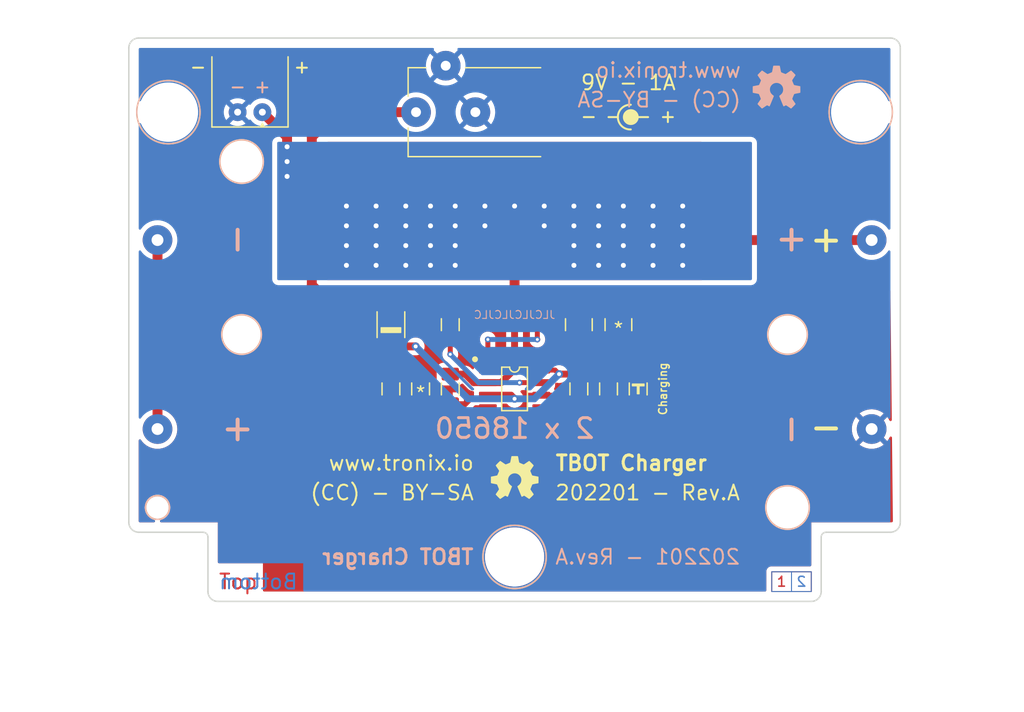
<source format=kicad_pcb>
(kicad_pcb (version 20211014) (generator pcbnew)
  (title_block (title "TBOT - Charger 2x18650") (date "01/2022") (rev "A"))
  (layers (0 "F.Cu" signal) (31 "B.Cu" signal) (34 "B.Paste" user) (35 "F.Paste" user) (36 "B.SilkS" user "B.Silkscreen") (37 "F.SilkS" user "F.Silkscreen") (38 "B.Mask" user) (39 "F.Mask" user) (44 "Edge.Cuts" user))
  (net 0 "")
  (net 1 "GND")
  (net 2 "Net-(R2-Pad2)")
  (net 3 "Net-(R1-Pad2)")
  (net 4 "VBAT")
  (net 5 "VIN")
  (net 6 "Net-(LED1-Pad2)")
  (net 7 "Net-(R4-Pad2)")
  (net 8 "Net-(R4-Pad1)")
  (net 9 "Net-(R5-Pad1)")
  (net 10 "Net-(D1-Pad2)")
  (net 11 "Net-(BT1-Pad1)")
  (footprint "tronixio:SOD-128" (layer "F.Cu") (at 126.5 73 90)
    (fp_text reference "D1")
    (fp_text value "PMEG3030")
    (fp_line (start -1.3 -1.4) (end 1.3 -1.4) (layer "F.SilkS") (width 0.15))
    (fp_line (start -1.3 1.4) (end 1.3 1.4) (layer "F.SilkS") (width 0.15))
    (fp_rect (start -0.8 1) (end -0.3 -1) (layer "F.SilkS") (width 0.1) (fill solid))
    (pad "1" smd roundrect locked (at -2.2 0 90) (size 1.5 2.1) (layers "F.Cu" "F.Paste" "F.Mask") (roundrect_rratio 0.15) (net 5 "VIN"))
    (pad "2" smd roundrect locked (at 2.2 0 90) (size 1.5 2.1) (layers "F.Cu" "F.Paste" "F.Mask") (roundrect_rratio 0.15) (net 10 "Net-(D1-Pad2)"))
  )
  (footprint "tronixio:RESISTOR-1206" (layer "F.Cu") (at 129.5 79.5 -90)
    (fp_text reference "R6")
    (fp_text value "36K")
    (fp_line (start -0.6 -0.9) (end 0.6 -0.9) (layer "F.SilkS") (width 0.15))
    (fp_line (start -0.6 0.9) (end 0.6 0.9) (layer "F.SilkS") (width 0.15))
    (pad "1" smd roundrect (at -1.5 0 270) (size 1.3 1.75) (layers "F.Cu" "F.Paste" "F.Mask") (roundrect_rratio 0.15) (net 1 "GND"))
    (pad "2" smd roundrect (at 1.5 0 270) (size 1.3 1.75) (layers "F.Cu" "F.Paste" "F.Mask") (roundrect_rratio 0.15) (net 9 "Net-(R5-Pad1)"))
  )
  (footprint "tronixio:RESISTOR-1206" (layer "F.Cu") (at 126.5 79.5 90)
    (fp_text reference "R5")
    (fp_text value "10K")
    (fp_line (start -0.6 -0.9) (end 0.6 -0.9) (layer "F.SilkS") (width 0.15))
    (fp_line (start -0.6 0.9) (end 0.6 0.9) (layer "F.SilkS") (width 0.15))
    (pad "1" smd roundrect (at -1.5 0 90) (size 1.3 1.75) (layers "F.Cu" "F.Paste" "F.Mask") (roundrect_rratio 0.15) (net 9 "Net-(R5-Pad1)"))
    (pad "2" smd roundrect (at 1.5 0 90) (size 1.3 1.75) (layers "F.Cu" "F.Paste" "F.Mask") (roundrect_rratio 0.15) (net 5 "VIN"))
  )
  (footprint "tronixio:CAPACITOR-1206" (layer "F.Cu") (at 145.5 79.5 -90)
    (fp_text reference "C1")
    (fp_text value "100n")
    (fp_line (start -0.6 -0.9) (end 0.6 -0.9) (layer "F.SilkS") (width 0.15))
    (fp_line (start -0.6 0.9) (end 0.6 0.9) (layer "F.SilkS") (width 0.15))
    (pad "1" smd roundrect (at -1.5 0 270) (size 1.3 1.75) (layers "F.Cu" "F.Paste" "F.Mask") (roundrect_rratio 0.15) (net 5 "VIN"))
    (pad "2" smd roundrect (at 1.5 0 270) (size 1.3 1.75) (layers "F.Cu" "F.Paste" "F.Mask") (roundrect_rratio 0.15) (net 1 "GND"))
  )
  (footprint "tronixio:RESISTOR-1206" (layer "F.Cu") (at 148.5 79.5 -90)
    (fp_text reference "R1")
    (fp_text value "4K7")
    (fp_line (start -0.6 -0.9) (end 0.6 -0.9) (layer "F.SilkS") (width 0.15))
    (fp_line (start -0.6 0.9) (end 0.6 0.9) (layer "F.SilkS") (width 0.15))
    (pad "1" smd roundrect (at -1.5 0 270) (size 1.3 1.75) (layers "F.Cu" "F.Paste" "F.Mask") (roundrect_rratio 0.15) (net 6 "Net-(LED1-Pad2)"))
    (pad "2" smd roundrect (at 1.5 0 270) (size 1.3 1.75) (layers "F.Cu" "F.Paste" "F.Mask") (roundrect_rratio 0.15) (net 3 "Net-(R1-Pad2)"))
  )
  (footprint "tronixio:CUI-PJ-102AH" (layer "F.Cu") (at 129.0375 51.5 90)
    (fp_text reference "K1")
    (fp_text value "Charger")
    (fp_line (start 4.5 12.6) (end 4.5 5) (layer "F.SilkS") (width 0.15))
    (fp_line (start -4.5 -0.8) (end -1.6 -0.8) (layer "F.SilkS") (width 0.15))
    (fp_line (start -4.5 12.6) (end -4.5 -0.8) (layer "F.SilkS") (width 0.15))
    (fp_line (start 4.5 1) (end 4.5 -0.8) (layer "F.SilkS") (width 0.15))
    (fp_line (start 1.6 -0.8) (end 4.5 -0.8) (layer "F.SilkS") (width 0.15))
    (pad "1" thru_hole circle (at 0 0 90) (size 3 3) (drill 1) (layers *.Cu *.Mask) (net 10 "Net-(D1-Pad2)"))
    (pad "2" thru_hole circle (at 0 6 90) (size 3 3) (drill 1) (layers *.Cu *.Mask) (net 1 "GND"))
    (pad "3" thru_hole circle (at 4.7 3 90) (size 3 3) (drill 1) (layers *.Cu *.Mask) (net 1 "GND"))
  )
  (footprint "tronixio:CAPACITOR-1206" (layer "F.Cu") (at 132.5 79.5 -90)
    (fp_text reference "C2")
    (fp_text value "1µ")
    (fp_line (start -0.6 0.9) (end 0.6 0.9) (layer "F.SilkS") (width 0.15))
    (fp_line (start -0.6 -0.9) (end 0.6 -0.9) (layer "F.SilkS") (width 0.15))
    (pad "1" smd roundrect (at -1.5 0 270) (size 1.3 1.75) (layers "F.Cu" "F.Paste" "F.Mask") (roundrect_rratio 0.15) (net 4 "VBAT"))
    (pad "2" smd roundrect (at 1.5 0 270) (size 1.3 1.75) (layers "F.Cu" "F.Paste" "F.Mask") (roundrect_rratio 0.15) (net 1 "GND"))
  )
  (footprint "tronixio:SOT-223-3" (layer "F.Cu") (at 139 68.35 90)
    (fp_text reference "Q1")
    (fp_text value "STN790A")
    (pad "1" smd roundrect (at -3.15 -2.3 90) (size 2 1.5) (layers "F.Cu" "F.Paste" "F.Mask") (roundrect_rratio 0.15) (net 7 "Net-(R4-Pad2)"))
    (pad "2" smd roundrect (at 3.15 0 90) (size 2 3.8) (layers "F.Cu" "F.Paste" "F.Mask") (roundrect_rratio 0.15) (net 4 "VBAT"))
    (pad "2" smd roundrect (at -3.15 0 90) (size 2 1.5) (layers "F.Cu" "F.Paste" "F.Mask") (roundrect_rratio 0.15) (net 4 "VBAT"))
    (pad "3" smd roundrect (at -3.15 2.3 90) (size 2 1.5) (layers "F.Cu" "F.Paste" "F.Mask") (roundrect_rratio 0.15) (net 2 "Net-(R2-Pad2)"))
  )
  (footprint "tronixio:RESISTOR-1210" (layer "F.Cu") (at 145.5 73 90)
    (fp_text reference "R2")
    (fp_text value "0Ω1")
    (fp_line (start -0.6 -1.35) (end 0.6 -1.35) (layer "F.SilkS") (width 0.15))
    (fp_line (start -0.6 1.35) (end 0.6 1.35) (layer "F.SilkS") (width 0.15))
    (pad "1" smd roundrect (at -1.5 0 90) (size 1.3 2.65) (layers "F.Cu" "F.Paste" "F.Mask") (roundrect_rratio 0.15) (net 5 "VIN"))
    (pad "2" smd roundrect (at 1.5 0 90) (size 1.3 2.65) (layers "F.Cu" "F.Paste" "F.Mask") (roundrect_rratio 0.15) (net 2 "Net-(R2-Pad2)"))
  )
  (footprint "tronixio:THERMISTOR" (layer "F.Cu") (at 111.39 74 180)
    (fp_text reference "TH1")
    (fp_text value "10K")
    (pad "1" smd roundrect locked (at -4 0 270) (size 1.2 2) (layers "F.Cu" "F.Paste" "F.Mask") (roundrect_rratio 0.15) (net 9 "Net-(R5-Pad1)"))
    (pad "2" smd roundrect locked (at 4 0 270) (size 1.2 2) (layers "F.Cu" "F.Paste" "F.Mask") (roundrect_rratio 0.15) (net 1 "GND"))
  )
  (footprint "tronixio:LED-1206" (layer "F.Cu") (at 151.5 79.5 90)
    (fp_text reference "LED1")
    (fp_text value "Charging")
    (fp_line (start -0.6 -0.9) (end 0.6 -0.9) (layer "F.SilkS") (width 0.15))
    (fp_line (start -0.6 0.9) (end 0.6 0.9) (layer "F.SilkS") (width 0.15))
    (fp_poly (pts (xy 0.5 0.6) (xy 0.3 0.6) (xy 0.3 0.1) (xy -0.5 0.1) (xy -0.5 -0.1) (xy 0.3 -0.1) (xy 0.3 -0.6) (xy 0.5 -0.6)) (layer "F.SilkS") (width 0.1) (fill solid))
    (pad "1" smd roundrect (at -1.5 0 90) (size 1.3 1.75) (layers "F.Cu" "F.Paste" "F.Mask") (roundrect_rratio 0.15) (net 1 "GND"))
    (pad "2" smd roundrect (at 1.5 0 90) (size 1.3 1.75) (layers "F.Cu" "F.Paste" "F.Mask") (roundrect_rratio 0.15) (net 6 "Net-(LED1-Pad2)"))
  )
  (footprint "tronixio:MOLEX-22057025" (layer "F.Cu") (at 113.5 51.5)
    (fp_text reference "K2")
    (fp_text value "Battery")
    (fp_line (start 2.6 1.5) (end 2.6 -5.6) (layer "F.SilkS") (width 0.15))
    (fp_line (start -5.1 -5.6) (end -5.1 1.5) (layer "F.SilkS") (width 0.15))
    (fp_line (start -5.1 1.5) (end 2.6 1.5) (layer "F.SilkS") (width 0.15))
    (fp_poly (pts (xy 0.2 1.5) (xy -0.2 1.5) (xy 0 1.1)) (layer "F.SilkS") (width 0.1) (fill solid))
    (pad "1" thru_hole circle (at 0 0) (size 1.8 1.8) (drill 0.7) (layers *.Cu *.Mask) (net 4 "VBAT"))
    (pad "2" thru_hole circle (at -2.5 0) (size 1.8 1.8) (drill 0.7) (layers *.Cu *.Mask) (net 1 "GND"))
  )
  (footprint "tronixio:RESISTOR-1210" (layer "F.Cu") (at 149.5 73 90)
    (fp_text reference "R3")
    (fp_text value "0Ω1")
    (fp_line (start -0.6 -1.35) (end 0.6 -1.35) (layer "F.SilkS") (width 0.15))
    (fp_line (start -0.6 1.35) (end 0.6 1.35) (layer "F.SilkS") (width 0.15))
    (pad "1" smd roundrect (at -1.5 0 90) (size 1.3 2.65) (layers "F.Cu" "F.Paste" "F.Mask") (roundrect_rratio 0.15) (net 5 "VIN"))
    (pad "2" smd roundrect (at 1.5 0 90) (size 1.3 2.65) (layers "F.Cu" "F.Paste" "F.Mask") (roundrect_rratio 0.15) (net 2 "Net-(R2-Pad2)"))
  )
  (footprint "tronixio:SOIC-08" (layer "F.Cu") (at 139 79.5)
    (fp_text reference "U1")
    (fp_text value "TI-BQ2057W")
    (fp_line (start 1.3 -2.2) (end 0.5 -2.2) (layer "F.SilkS") (width 0.15))
    (fp_line (start -1.3 -2.2) (end -1.3 2.2) (layer "F.SilkS") (width 0.15))
    (fp_line (start 1.3 2.2) (end 1.3 -2.2) (layer "F.SilkS") (width 0.15))
    (fp_line (start -0.5 -2.2) (end -1.3 -2.2) (layer "F.SilkS") (width 0.15))
    (fp_line (start 1.3 2.2) (end -1.3 2.2) (layer "F.SilkS") (width 0.15))
    (fp_arc (start 0.5 -2.2) (mid 0 -1.7) (end -0.5 -2.2) (layer "F.SilkS") (width 0.15))
    (pad "1" smd roundrect locked (at -2.7 -1.905) (size 1.8 0.7) (layers "F.Cu" "F.Paste" "F.Mask") (roundrect_rratio 0.15) (net 2 "Net-(R2-Pad2)"))
    (pad "2" smd roundrect locked (at -2.7 -0.635) (size 1.8 0.7) (layers "F.Cu" "F.Paste" "F.Mask") (roundrect_rratio 0.15) (net 4 "VBAT"))
    (pad "3" smd roundrect locked (at -2.7 0.635) (size 1.8 0.7) (layers "F.Cu" "F.Paste" "F.Mask") (roundrect_rratio 0.15) (net 5 "VIN"))
    (pad "4" smd roundrect locked (at -2.7 1.905) (size 1.8 0.7) (layers "F.Cu" "F.Paste" "F.Mask") (roundrect_rratio 0.15) (net 9 "Net-(R5-Pad1)"))
    (pad "5" smd roundrect locked (at 2.7 1.905) (size 1.8 0.7) (layers "F.Cu" "F.Paste" "F.Mask") (roundrect_rratio 0.15) (net 3 "Net-(R1-Pad2)"))
    (pad "6" smd roundrect locked (at 2.7 0.635) (size 1.8 0.7) (layers "F.Cu" "F.Paste" "F.Mask") (roundrect_rratio 0.15) (net 1 "GND"))
    (pad "7" smd roundrect locked (at 2.7 -0.635) (size 1.8 0.7) (layers "F.Cu" "F.Paste" "F.Mask") (roundrect_rratio 0.15) (net 8 "Net-(R4-Pad1)"))
    (pad "8" smd roundrect locked (at 2.7 -1.905) (size 1.8 0.7) (layers "F.Cu" "F.Paste" "F.Mask") (roundrect_rratio 0.15) (net 5 "VIN"))
  )
  (footprint "tronixio:RESISTOR-1206" (layer "F.Cu") (at 132.5 73 90)
    (fp_text reference "R4")
    (fp_text value "1K")
    (fp_line (start -0.6 -0.9) (end 0.6 -0.9) (layer "F.SilkS") (width 0.15))
    (fp_line (start -0.6 0.9) (end 0.6 0.9) (layer "F.SilkS") (width 0.15))
    (pad "1" smd roundrect (at -1.5 0 90) (size 1.3 1.75) (layers "F.Cu" "F.Paste" "F.Mask") (roundrect_rratio 0.15) (net 8 "Net-(R4-Pad1)"))
    (pad "2" smd roundrect (at 1.5 0 90) (size 1.3 1.75) (layers "F.Cu" "F.Paste" "F.Mask") (roundrect_rratio 0.15) (net 7 "Net-(R4-Pad2)"))
  )
  (footprint "tronixio:OSHW-5MM" (layer "F.Cu") (at 139 88.5)
    (fp_text reference "GB" hide)
    (fp_text value "LOGO" hide)
    (fp_poly (pts (xy 0.112503 -2.205305) (xy 0.188585 -2.204991) (xy 0.245175 -2.204139) (xy 0.285349 -2.202485) (xy 0.312183 -2.19976) (xy 0.328754 -2.195697) (xy 0.338137 -2.190029) (xy 0.343407 -2.182489) (xy 0.346067 -2.176502) (xy 0.351819 -2.155872) (xy 0.361219 -2.114019) (xy 0.373445 -2.054971) (xy 0.387673 -1.982754) (xy 0.403082 -1.901397) (xy 0.410766 -1.859685) (xy 0.426304 -1.776128) (xy 0.440921 -1.700487) (xy 0.453831 -1.636607) (xy 0.464245 -1.58833) (xy 0.471376 -1.559501) (xy 0.473495 -1.553524) (xy 0.487624 -1.543829) (xy 0.520987 -1.52669) (xy 0.568967 -1.504087) (xy 0.626948 -1.477998) (xy 0.690314 -1.450405) (xy 0.754449 -1.423285) (xy 0.814737 -1.398618) (xy 0.866561 -1.378383) (xy 0.905305 -1.36456) (xy 0.926354 -1.359128) (xy 0.92691 -1.359112) (xy 0.941518 -1.366107) (xy 0.97411 -1.385773) (xy 1.021624 -1.416127) (xy 1.080997 -1.455189) (xy 1.149167 -1.500978) (xy 1.204337 -1.538617) (xy 1.276991 -1.58813) (xy 1.343025 -1.632413) (xy 1.399403 -1.669487) (xy 1.443088 -1.697374) (xy 1.471043 -1.714097) (xy 1.47988 -1.718122) (xy 1.493641 -1.709282) (xy 1.521915 -1.684807) (xy 1.561669 -1.647768) (xy 1.609873 -1.601234) (xy 1.663495 -1.548276) (xy 1.719505 -1.491962) (xy 1.774871 -1.435363) (xy 1.826562 -1.381549) (xy 1.871548 -1.33359) (xy 1.906797 -1.294555) (xy 1.929278 -1.267514) (xy 1.936093 -1.256075) (xy 1.930212 -1.239792) (xy 1.912193 -1.207543) (xy 1.881475 -1.158462) (xy 1.837495 -1.091686) (xy 1.779689 -1.00635) (xy 1.707495 -0.901591) (xy 1.671879 -0.850344) (xy 1.638824 -0.80126) (xy 1.612148 -0.758563) (xy 1.594893 -0.727324) (xy 1.589904 -0.713655) (xy 1.594754 -0.697334) (xy 1.608013 -0.662128) (xy 1.62775 -0.612617) (xy 1.652031 -0.55338) (xy 1.678922 -0.488996) (xy 1.706491 -0.424047) (xy 1.732803 -0.363111) (xy 1.755927 -0.310768) (xy 1.773928 -0.271598) (xy 1.784874 -0.25018) (xy 1.786526 -0.247868) (xy 1.800495 -0.243726) (xy 1.836105 -0.235699) (xy 1.889773 -0.224522) (xy 1.957915 -0.210929) (xy 2.036948 -0.195656) (xy 2.090365 -0.185568) (xy 2.175183 -0.169544) (xy 2.252099 -0.15474) (xy 2.317349 -0.141901) (xy 2.367173 -0.131773) (xy 2.397809 -0.125104) (xy 2.405431 -0.123066) (xy 2.411063 -0.116814) (xy 2.415426 -0.101095) (xy 2.418668 -0.073197) (xy 2.420933 -0.030409) (xy 2.422366 0.02998) (xy 2.423114 0.110684) (xy 2.423321 0.210293) (xy 2.423202 0.310587) (xy 2.422711 0.388201) (xy 2.421649 0.446096) (xy 2.419816 0.487237) (xy 2.417013 0.514584) (xy 2.41304 0.531101) (xy 2.407697 0.53975) (xy 2.400883 0.543466) (xy 2.378661 0.548625) (xy 2.338314 0.556746) (xy 2.286985 0.566415) (xy 2.263049 0.570744) (xy 2.127407 0.595376) (xy 2.016332 0.616479) (xy 1.929018 0.634225) (xy 1.864656 0.64879) (xy 1.82244 0.660347) (xy 1.801562 0.66907) (xy 1.79987 0.670496) (xy 1.791465 0.686078) (xy 1.775685 0.720992) (xy 1.754362 0.770707) (xy 1.729327 0.830694) (xy 1.702414 0.896422) (xy 1.675454 0.96336) (xy 1.650281 1.026979) (xy 1.628726 1.082748) (xy 1.612622 1.126137) (xy 1.603801 1.152615) (xy 1.602692 1.157988) (xy 1.610028 1.172767) (xy 1.63143 1.207108) (xy 1.666036 1.259722) (xy 1.712983 1.329322) (xy 1.771408 1.414621) (xy 1.840447 1.51433) (xy 1.867654 1.553391) (xy 1.897811 1.599113) (xy 1.921185 1.639288) (xy 1.934376 1.667841) (xy 1.936093 1.675677) (xy 1.927103 1.692014) (xy 1.901418 1.723855) (xy 1.860965 1.769075) (xy 1.807672 1.82555) (xy 1.743466 1.891154) (xy 1.71296 1.921664) (xy 1.643302 1.990709) (xy 1.589314 2.043494) (xy 1.548612 2.081971) (xy 1.518813 2.108091) (xy 1.497532 2.123805) (xy 1.482386 2.131066) (xy 1.470991 2.131825) (xy 1.460964 2.128033) (xy 1.460917 2.128008) (xy 1.441892 2.116253) (xy 1.405419 2.09234) (xy 1.355138 2.058707) (xy 1.294686 2.017792) (xy 1.227702 1.972033) (xy 1.210483 1.960205) (xy 1.143557 1.914694) (xy 1.083189 1.874607) (xy 1.032748 1.842104) (xy 0.995605 1.819344) (xy 0.975129 1.808488) (xy 0.972784 1.807875) (xy 0.955044 1.813477) (xy 0.920428 1.82855) (xy 0.874685 1.850498) (xy 0.843591 1.866246) (xy 0.794692 1.890329) (xy 0.754091 1.908142) (xy 0.727189 1.917434) (xy 0.719661 1.917874) (xy 0.71184 1.904564) (xy 0.695873 1.87093) (xy 0.673276 1.820398) (xy 0.645566 1.756397) (xy 0.614262 1.682354) (xy 0.595951 1.638326) (xy 0.555205 1.539832) (xy 0.509885 1.430374) (xy 0.463588 1.318629) (xy 0.419909 1.213275) (xy 0.382617 1.123407) (xy 0.352192 1.049365) (xy 0.325466 0.982847) (xy 0.303922 0.927668) (xy 0.289044 0.887646) (xy 0.282318 0.866596) (xy 0.28208 0.86489) (xy 0.291868 0.850064) (xy 0.317767 0.825757) (xy 0.354572 0.796754) (xy 0.362216 0.791216) (xy 0.47362 0.699405) (xy 0.560778 0.600114) (xy 0.624272 0.492284) (xy 0.664684 0.374854) (xy 0.682594 0.246763) (xy 0.683668 0.205149) (xy 0.672966 0.079705) (xy 0.639876 -0.035509) (xy 0.583362 -0.143051) (xy 0.502387 -0.245478) (xy 0.500128 -0.247901) (xy 0.404266 -0.332655) (xy 0.297367 -0.395917) (xy 0.182586 -0.437559) (xy 0.063074 -0.45745) (xy -0.058015 -0.455461) (xy -0.177529 -0.431461) (xy -0.292317 -0.38532) (xy -0.399224 -0.316909) (xy -0.435557 -0.286461) (xy -0.524789 -0.19034) (xy -0.590858 -0.083248) (xy -0.63358 0.034398) (xy -0.65277 0.162186) (xy -0.653912 0.203806) (xy -0.64477 0.331905) (xy -0.616397 0.446756) (xy -0.567372 0.551025) (xy -0.496276 0.647379) (xy -0.401689 0.738486) (xy -0.345898 0.782346) (xy -0.305473 0.814275) (xy -0.274554 0.84243) (xy -0.257973 0.862253) (xy -0.256436 0.866724) (xy -0.261189 0.882472) (xy -0.274692 0.919019) (xy -0.295811 0.973504) (xy -0.323413 1.043065) (xy -0.356365 1.124837) (xy -0.393532 1.21596) (xy -0.424781 1.291835) (xy -0.466473 1.392714) (xy -0.506757 1.490316) (xy -0.54414 1.581016) (xy -0.57713 1.661187) (xy -0.604234 1.727202) (xy -0.623959 1.775436) (xy -0.631922 1.795053) (xy -0.656173 1.85428) (xy -0.675445 1.89208) (xy -0.695005 1.910535) (xy -0.720119 1.911726) (xy -0.756055 1.897735) (xy -0.80808 1.870643) (xy -0.814523 1.867212) (xy -0.863833 1.841835) (xy -0.905672 1.821875) (xy -0.934272 1.810004) (xy -0.942679 1.807875) (xy -0.957624 1.814831) (xy -0.990452 1.834339) (xy -1.037961 1.864353) (xy -1.096948 1.902829) (xy -1.164211 1.947723) (xy -1.20379 1.974558) (xy -1.273782 2.022017) (xy -1.336742 2.064219) (xy -1.389581 2.099132) (xy -1.429212 2.124728) (xy -1.452547 2.138976) (xy -1.457362 2.141242) (xy -1.468597 2.132572) (xy -1.495354 2.108206) (xy -1.53505 2.070611) (xy -1.585104 2.022252) (xy -1.642932 1.965596) (xy -1.688443 1.920545) (xy -1.754363 1.854061) (xy -1.811428 1.794627) (xy -1.857492 1.744605) (xy -1.890411 1.706358) (xy -1.908038 1.682247) (xy -1.910449 1.676115) (xy -1.903342 1.656709) (xy -1.88402 1.621725) (xy -1.855484 1.576225) (xy -1.822794 1.528185) (xy -1.761853 1.44109) (xy -1.706889 1.361082) (xy -1.659529 1.29063) (xy -1.621397 1.232204) (xy -1.594118 1.188276) (xy -1.579316 1.161316) (xy -1.577082 1.154608) (xy -1.581837 1.136716) (xy -1.594857 1.099854) (xy -1.614275 1.048609) (xy -1.638222 0.987568) (xy -1.664831 0.921316) (xy -1.692235 0.854442) (xy -1.718566 0.791531) (xy -1.741957 0.737171) (xy -1.76054 0.695948) (xy -1.772447 0.672449) (xy -1.774702 0.66925) (xy -1.791569 0.66222) (xy -1.829891 0.651729) (xy -1.885847 0.638647) (xy -1.955617 0.623842) (xy -2.035381 0.608183) (xy -2.07828 0.60022) (xy -2.161621 0.584627) (xy -2.236906 0.569745) (xy -2.300315 0.556391) (xy -2.348033 0.545387) (xy -2.37624 0.537551) (xy -2.381867 0.535051) (xy -2.387099 0.524908) (xy -2.390991 0.502231) (xy -2.393638 0.46456) (xy -2.395134 0.409435) (xy -2.395573 0.334397) (xy -2.39505 0.236985) (xy -2.394689 0.200194) (xy -2.391267 -0.121807) (xy -2.282282 -0.143659) (xy -2.229898 -0.153965) (xy -2.160108 -0.167419) (xy -2.080727 -0.182526) (xy -1.999569 -0.197795) (xy -1.970053 -0.203298) (xy -1.900658 -0.216734) (xy -1.840162 -0.229455) (xy -1.793065 -0.240437) (xy -1.763866 -0.248652) (xy -1.756665 -0.251967) (xy -1.746988 -0.268752) (xy -1.729936 -0.304533) (xy -1.707477 -0.354612) (xy -1.681582 -0.414291) (xy -1.654218 -0.478872) (xy -1.627353 -0.543658) (xy -1.602957 -0.60395) (xy -1.582998 -0.65505) (xy -1.569445 -0.692261) (xy -1.564266 -0.710885) (xy -1.564261 -0.711124) (xy -1.571273 -0.727773) (xy -1.590937 -0.762151) (xy -1.621195 -0.810982) (xy -1.659988 -0.870991) (xy -1.705259 -0.938901) (xy -1.732615 -0.979077) (xy -1.780965 -1.050145) (xy -1.82446 -1.115201) (xy -1.860949 -1.170937) (xy -1.888284 -1.214046) (xy -1.904314 -1.24122) (xy -1.907531 -1.248169) (xy -1.904717 -1.261112) (xy -1.890381 -1.283286) (xy -1.863069 -1.316351) (xy -1.821325 -1.361969) (xy -1.763692 -1.421801) (xy -1.691232 -1.494988) (xy -1.628982 -1.55669) (xy -1.572135 -1.611849) (xy -1.523344 -1.657988) (xy -1.485263 -1.692627) (xy -1.460542 -1.713289) (xy -1.452414 -1.718122) (xy -1.437782 -1.711105) (xy -1.405251 -1.6914) (xy -1.357928 -1.661025) (xy -1.298923 -1.621998) (xy -1.231343 -1.576338) (xy -1.183018 -1.543181) (xy -1.111112 -1.493886) (xy -1.04544 -1.44951) (xy -0.989183 -1.41215) (xy -0.945519 -1.383901) (xy -0.917627 -1.36686) (xy -0.90944 -1.362781) (xy -0.891885 -1.365776) (xy -0.855505 -1.377082) (xy -0.805012 -1.394838) (xy -0.745121 -1.417183) (xy -0.680546 -1.442257) (xy -0.616001 -1.468199) (xy -0.5562 -1.493147) (xy -0.505857 -1.515243) (xy -0.469686 -1.532623) (xy -0.45278 -1.543038) (xy -0.446293 -1.559308) (xy -0.436108 -1.597206) (xy -0.423041 -1.653118) (xy -0.407909 -1.723429) (xy -0.391528 -1.804525) (xy -0.378917 -1.870225) (xy -0.362481 -1.956759) (xy -0.347254 -2.035011) (xy -0.333961 -2.101421) (xy -0.323321 -2.152432) (xy -0.316058 -2.184486) (xy -0.31324 -2.193976) (xy -0.299005 -2.197095) (xy -0.262664 -2.199887) (xy -0.207755 -2.20223) (xy -0.137813 -2.204) (xy -0.056376 -2.205075) (xy 0.013853 -2.205351)) (layer "F.SilkS") (width 0) (fill solid))
  )
  (footprint "tronixio:M3-MASK" (layer "B.Cu") (at 174 51.5 180)
    (fp_text reference "H3" hide)
    (fp_text value "MOUNTING-HOLE-MASK-3MM" hide)
    (fp_circle (center 0 0) (end 3.2 0) (layer "B.SilkS") (width 0.15) (fill none))
    (fp_circle (center 0 0) (end 3.2 0) (layer "F.SilkS") (width 0.15) (fill none))
    (pad "" np_thru_hole circle (at 0 0 180) (size 3 3) (drill 3) (layers F&B.Cu *.Mask) (clearance 1.5))
  )
  (footprint "tronixio:OSHW-5MM" (layer "B.Cu") (at 165.5 49 180)
    (fp_text reference "GT" hide)
    (fp_text value "LOGO" hide)
    (fp_poly (pts (xy 0.112503 2.205305) (xy 0.188585 2.204991) (xy 0.245175 2.204139) (xy 0.285349 2.202485) (xy 0.312183 2.19976) (xy 0.328754 2.195697) (xy 0.338137 2.190029) (xy 0.343407 2.182489) (xy 0.346067 2.176502) (xy 0.351819 2.155872) (xy 0.361219 2.114019) (xy 0.373445 2.054971) (xy 0.387673 1.982754) (xy 0.403082 1.901397) (xy 0.410766 1.859685) (xy 0.426304 1.776128) (xy 0.440921 1.700487) (xy 0.453831 1.636607) (xy 0.464245 1.58833) (xy 0.471376 1.559501) (xy 0.473495 1.553524) (xy 0.487624 1.543829) (xy 0.520987 1.52669) (xy 0.568967 1.504087) (xy 0.626948 1.477998) (xy 0.690314 1.450405) (xy 0.754449 1.423285) (xy 0.814737 1.398618) (xy 0.866561 1.378383) (xy 0.905305 1.36456) (xy 0.926354 1.359128) (xy 0.92691 1.359112) (xy 0.941518 1.366107) (xy 0.97411 1.385773) (xy 1.021624 1.416127) (xy 1.080997 1.455189) (xy 1.149167 1.500978) (xy 1.204337 1.538617) (xy 1.276991 1.58813) (xy 1.343025 1.632413) (xy 1.399403 1.669487) (xy 1.443088 1.697374) (xy 1.471043 1.714097) (xy 1.47988 1.718122) (xy 1.493641 1.709282) (xy 1.521915 1.684807) (xy 1.561669 1.647768) (xy 1.609873 1.601234) (xy 1.663495 1.548276) (xy 1.719505 1.491962) (xy 1.774871 1.435363) (xy 1.826562 1.381549) (xy 1.871548 1.33359) (xy 1.906797 1.294555) (xy 1.929278 1.267514) (xy 1.936093 1.256075) (xy 1.930212 1.239792) (xy 1.912193 1.207543) (xy 1.881475 1.158462) (xy 1.837495 1.091686) (xy 1.779689 1.00635) (xy 1.707495 0.901591) (xy 1.671879 0.850344) (xy 1.638824 0.80126) (xy 1.612148 0.758563) (xy 1.594893 0.727324) (xy 1.589904 0.713655) (xy 1.594754 0.697334) (xy 1.608013 0.662128) (xy 1.62775 0.612617) (xy 1.652031 0.55338) (xy 1.678922 0.488996) (xy 1.706491 0.424047) (xy 1.732803 0.363111) (xy 1.755927 0.310768) (xy 1.773928 0.271598) (xy 1.784874 0.25018) (xy 1.786526 0.247868) (xy 1.800495 0.243726) (xy 1.836105 0.235699) (xy 1.889773 0.224522) (xy 1.957915 0.210929) (xy 2.036948 0.195656) (xy 2.090365 0.185568) (xy 2.175183 0.169544) (xy 2.252099 0.15474) (xy 2.317349 0.141901) (xy 2.367173 0.131773) (xy 2.397809 0.125104) (xy 2.405431 0.123066) (xy 2.411063 0.116814) (xy 2.415426 0.101095) (xy 2.418668 0.073197) (xy 2.420933 0.030409) (xy 2.422366 -0.02998) (xy 2.423114 -0.110684) (xy 2.423321 -0.210293) (xy 2.423202 -0.310587) (xy 2.422711 -0.388201) (xy 2.421649 -0.446096) (xy 2.419816 -0.487237) (xy 2.417013 -0.514584) (xy 2.41304 -0.531101) (xy 2.407697 -0.53975) (xy 2.400883 -0.543466) (xy 2.378661 -0.548625) (xy 2.338314 -0.556746) (xy 2.286985 -0.566415) (xy 2.263049 -0.570744) (xy 2.127407 -0.595376) (xy 2.016332 -0.616479) (xy 1.929018 -0.634225) (xy 1.864656 -0.64879) (xy 1.82244 -0.660347) (xy 1.801562 -0.66907) (xy 1.79987 -0.670496) (xy 1.791465 -0.686078) (xy 1.775685 -0.720992) (xy 1.754362 -0.770707) (xy 1.729327 -0.830694) (xy 1.702414 -0.896422) (xy 1.675454 -0.96336) (xy 1.650281 -1.026979) (xy 1.628726 -1.082748) (xy 1.612622 -1.126137) (xy 1.603801 -1.152615) (xy 1.602692 -1.157988) (xy 1.610028 -1.172767) (xy 1.63143 -1.207108) (xy 1.666036 -1.259722) (xy 1.712983 -1.329322) (xy 1.771408 -1.414621) (xy 1.840447 -1.51433) (xy 1.867654 -1.553391) (xy 1.897811 -1.599113) (xy 1.921185 -1.639288) (xy 1.934376 -1.667841) (xy 1.936093 -1.675677) (xy 1.927103 -1.692014) (xy 1.901418 -1.723855) (xy 1.860965 -1.769075) (xy 1.807672 -1.82555) (xy 1.743466 -1.891154) (xy 1.71296 -1.921664) (xy 1.643302 -1.990709) (xy 1.589314 -2.043494) (xy 1.548612 -2.081971) (xy 1.518813 -2.108091) (xy 1.497532 -2.123805) (xy 1.482386 -2.131066) (xy 1.470991 -2.131825) (xy 1.460964 -2.128033) (xy 1.460917 -2.128008) (xy 1.441892 -2.116253) (xy 1.405419 -2.09234) (xy 1.355138 -2.058707) (xy 1.294686 -2.017792) (xy 1.227702 -1.972033) (xy 1.210483 -1.960205) (xy 1.143557 -1.914694) (xy 1.083189 -1.874607) (xy 1.032748 -1.842104) (xy 0.995605 -1.819344) (xy 0.975129 -1.808488) (xy 0.972784 -1.807875) (xy 0.955044 -1.813477) (xy 0.920428 -1.82855) (xy 0.874685 -1.850498) (xy 0.843591 -1.866246) (xy 0.794692 -1.890329) (xy 0.754091 -1.908142) (xy 0.727189 -1.917434) (xy 0.719661 -1.917874) (xy 0.71184 -1.904564) (xy 0.695873 -1.87093) (xy 0.673276 -1.820398) (xy 0.645566 -1.756397) (xy 0.614262 -1.682354) (xy 0.595951 -1.638326) (xy 0.555205 -1.539832) (xy 0.509885 -1.430374) (xy 0.463588 -1.318629) (xy 0.419909 -1.213275) (xy 0.382617 -1.123407) (xy 0.352192 -1.049365) (xy 0.325466 -0.982847) (xy 0.303922 -0.927668) (xy 0.289044 -0.887646) (xy 0.282318 -0.866596) (xy 0.28208 -0.86489) (xy 0.291868 -0.850064) (xy 0.317767 -0.825757) (xy 0.354572 -0.796754) (xy 0.362216 -0.791216) (xy 0.47362 -0.699405) (xy 0.560778 -0.600114) (xy 0.624272 -0.492284) (xy 0.664684 -0.374854) (xy 0.682594 -0.246763) (xy 0.683668 -0.205149) (xy 0.672966 -0.079705) (xy 0.639876 0.035509) (xy 0.583362 0.143051) (xy 0.502387 0.245478) (xy 0.500128 0.247901) (xy 0.404266 0.332655) (xy 0.297367 0.395917) (xy 0.182586 0.437559) (xy 0.063074 0.45745) (xy -0.058015 0.455461) (xy -0.177529 0.431461) (xy -0.292317 0.38532) (xy -0.399224 0.316909) (xy -0.435557 0.286461) (xy -0.524789 0.19034) (xy -0.590858 0.083248) (xy -0.63358 -0.034398) (xy -0.65277 -0.162186) (xy -0.653912 -0.203806) (xy -0.64477 -0.331905) (xy -0.616397 -0.446756) (xy -0.567372 -0.551025) (xy -0.496276 -0.647379) (xy -0.401689 -0.738486) (xy -0.345898 -0.782346) (xy -0.305473 -0.814275) (xy -0.274554 -0.84243) (xy -0.257973 -0.862253) (xy -0.256436 -0.866724) (xy -0.261189 -0.882472) (xy -0.274692 -0.919019) (xy -0.295811 -0.973504) (xy -0.323413 -1.043065) (xy -0.356365 -1.124837) (xy -0.393532 -1.21596) (xy -0.424781 -1.291835) (xy -0.466473 -1.392714) (xy -0.506757 -1.490316) (xy -0.54414 -1.581016) (xy -0.57713 -1.661187) (xy -0.604234 -1.727202) (xy -0.623959 -1.775436) (xy -0.631922 -1.795053) (xy -0.656173 -1.85428) (xy -0.675445 -1.89208) (xy -0.695005 -1.910535) (xy -0.720119 -1.911726) (xy -0.756055 -1.897735) (xy -0.80808 -1.870643) (xy -0.814523 -1.867212) (xy -0.863833 -1.841835) (xy -0.905672 -1.821875) (xy -0.934272 -1.810004) (xy -0.942679 -1.807875) (xy -0.957624 -1.814831) (xy -0.990452 -1.834339) (xy -1.037961 -1.864353) (xy -1.096948 -1.902829) (xy -1.164211 -1.947723) (xy -1.20379 -1.974558) (xy -1.273782 -2.022017) (xy -1.336742 -2.064219) (xy -1.389581 -2.099132) (xy -1.429212 -2.124728) (xy -1.452547 -2.138976) (xy -1.457362 -2.141242) (xy -1.468597 -2.132572) (xy -1.495354 -2.108206) (xy -1.53505 -2.070611) (xy -1.585104 -2.022252) (xy -1.642932 -1.965596) (xy -1.688443 -1.920545) (xy -1.754363 -1.854061) (xy -1.811428 -1.794627) (xy -1.857492 -1.744605) (xy -1.890411 -1.706358) (xy -1.908038 -1.682247) (xy -1.910449 -1.676115) (xy -1.903342 -1.656709) (xy -1.88402 -1.621725) (xy -1.855484 -1.576225) (xy -1.822794 -1.528185) (xy -1.761853 -1.44109) (xy -1.706889 -1.361082) (xy -1.659529 -1.29063) (xy -1.621397 -1.232204) (xy -1.594118 -1.188276) (xy -1.579316 -1.161316) (xy -1.577082 -1.154608) (xy -1.581837 -1.136716) (xy -1.594857 -1.099854) (xy -1.614275 -1.048609) (xy -1.638222 -0.987568) (xy -1.664831 -0.921316) (xy -1.692235 -0.854442) (xy -1.718566 -0.791531) (xy -1.741957 -0.737171) (xy -1.76054 -0.695948) (xy -1.772447 -0.672449) (xy -1.774702 -0.66925) (xy -1.791569 -0.66222) (xy -1.829891 -0.651729) (xy -1.885847 -0.638647) (xy -1.955617 -0.623842) (xy -2.035381 -0.608183) (xy -2.07828 -0.60022) (xy -2.161621 -0.584627) (xy -2.236906 -0.569745) (xy -2.300315 -0.556391) (xy -2.348033 -0.545387) (xy -2.37624 -0.537551) (xy -2.381867 -0.535051) (xy -2.387099 -0.524908) (xy -2.390991 -0.502231) (xy -2.393638 -0.46456) (xy -2.395134 -0.409435) (xy -2.395573 -0.334397) (xy -2.39505 -0.236985) (xy -2.394689 -0.200194) (xy -2.391267 0.121807) (xy -2.282282 0.143659) (xy -2.229898 0.153965) (xy -2.160108 0.167419) (xy -2.080727 0.182526) (xy -1.999569 0.197795) (xy -1.970053 0.203298) (xy -1.900658 0.216734) (xy -1.840162 0.229455) (xy -1.793065 0.240437) (xy -1.763866 0.248652) (xy -1.756665 0.251967) (xy -1.746988 0.268752) (xy -1.729936 0.304533) (xy -1.707477 0.354612) (xy -1.681582 0.414291) (xy -1.654218 0.478872) (xy -1.627353 0.543658) (xy -1.602957 0.60395) (xy -1.582998 0.65505) (xy -1.569445 0.692261) (xy -1.564266 0.710885) (xy -1.564261 0.711124) (xy -1.571273 0.727773) (xy -1.590937 0.762151) (xy -1.621195 0.810982) (xy -1.659988 0.870991) (xy -1.705259 0.938901) (xy -1.732615 0.979077) (xy -1.780965 1.050145) (xy -1.82446 1.115201) (xy -1.860949 1.170937) (xy -1.888284 1.214046) (xy -1.904314 1.24122) (xy -1.907531 1.248169) (xy -1.904717 1.261112) (xy -1.890381 1.283286) (xy -1.863069 1.316351) (xy -1.821325 1.361969) (xy -1.763692 1.421801) (xy -1.691232 1.494988) (xy -1.628982 1.55669) (xy -1.572135 1.611849) (xy -1.523344 1.657988) (xy -1.485263 1.692627) (xy -1.460542 1.713289) (xy -1.452414 1.718122) (xy -1.437782 1.711105) (xy -1.405251 1.6914) (xy -1.357928 1.661025) (xy -1.298923 1.621998) (xy -1.231343 1.576338) (xy -1.183018 1.543181) (xy -1.111112 1.493886) (xy -1.04544 1.44951) (xy -0.989183 1.41215) (xy -0.945519 1.383901) (xy -0.917627 1.36686) (xy -0.90944 1.362781) (xy -0.891885 1.365776) (xy -0.855505 1.377082) (xy -0.805012 1.394838) (xy -0.745121 1.417183) (xy -0.680546 1.442257) (xy -0.616001 1.468199) (xy -0.5562 1.493147) (xy -0.505857 1.515243) (xy -0.469686 1.532623) (xy -0.45278 1.543038) (xy -0.446293 1.559308) (xy -0.436108 1.597206) (xy -0.423041 1.653118) (xy -0.407909 1.723429) (xy -0.391528 1.804525) (xy -0.378917 1.870225) (xy -0.362481 1.956759) (xy -0.347254 2.035011) (xy -0.333961 2.101421) (xy -0.323321 2.152432) (xy -0.316058 2.184486) (xy -0.31324 2.193976) (xy -0.299005 2.197095) (xy -0.262664 2.199887) (xy -0.207755 2.20223) (xy -0.137813 2.204) (xy -0.056376 2.205075) (xy 0.013853 2.205351)) (layer "B.SilkS") (width 0) (fill solid))
  )
  (footprint "tronixio:M3-MASK" (layer "B.Cu") (at 104 51.5 90)
    (fp_text reference "H1" hide)
    (fp_text value "MOUNTING-HOLE-MASK-3MM" hide)
    (fp_circle (center 0 0) (end 3.2 0) (layer "B.SilkS") (width 0.15) (fill none))
    (fp_circle (center 0 0) (end 3.2 0) (layer "F.SilkS") (width 0.15) (fill none))
    (pad "" np_thru_hole circle (at 0 0 90) (size 3 3) (drill 3) (layers F&B.Cu *.Mask) (clearance 1.5))
  )
  (footprint "tronixio:M3-MASK" (layer "B.Cu") (at 139 96.5 90)
    (fp_text reference "H2" hide)
    (fp_text value "MOUNTING-HOLE-MASK-3MM" hide)
    (fp_circle (center 0 0) (end 3.2 0) (layer "B.SilkS") (width 0.15) (fill none))
    (fp_circle (center 0 0) (end 3.2 0) (layer "F.SilkS") (width 0.15) (fill none))
    (pad "" np_thru_hole circle (at 0 0 90) (size 3 3) (drill 3) (layers F&B.Cu *.Mask) (clearance 1.5))
  )
  (footprint "tronixio:KEYSTONE-1049" (layer "B.Cu") (at 139 74 90)
    (fp_text reference "BT1")
    (fp_text value "18650")
    (fp_line (start -10.6 -28) (end -8.6 -28) (layer "B.SilkS") (width 0.4))
    (fp_line (start 8.6 28) (end 10.6 28) (layer "B.SilkS") (width 0.4))
    (fp_line (start 8.6 -28) (end 10.6 -28) (layer "B.SilkS") (width 0.4))
    (fp_line (start -9.6 -29) (end -9.6 -27) (layer "B.SilkS") (width 0.4))
    (fp_line (start 9.6 27) (end 9.6 29) (layer "B.SilkS") (width 0.4))
    (fp_line (start -10.6 28) (end -8.6 28) (layer "B.SilkS") (width 0.4))
    (fp_circle (center -17.5 -36.1) (end -16.3 -36.1) (layer "B.SilkS") (width 0.15) (fill none))
    (fp_circle (center 17.5 -27.6) (end 19.7 -27.6) (layer "B.SilkS") (width 0.15) (fill none))
    (fp_circle (center -17.5 27.6) (end -15.3 27.6) (layer "B.SilkS") (width 0.15) (fill none))
    (fp_circle (center 0 -27.6) (end 2 -27.6) (layer "B.SilkS") (width 0.15) (fill none))
    (fp_circle (center 0 27.6) (end 2 27.6) (layer "B.SilkS") (width 0.15) (fill none))
    (fp_circle (center -17.5 -36.1) (end -16.3 -36.1) (layer "F.SilkS") (width 0.15) (fill none))
    (fp_circle (center 0 27.6) (end 2 27.6) (layer "F.SilkS") (width 0.15) (fill none))
    (fp_circle (center 0 -27.6) (end 2 -27.6) (layer "F.SilkS") (width 0.15) (fill none))
    (fp_circle (center -17.5 27.6) (end -15.3 27.6) (layer "F.SilkS") (width 0.15) (fill none))
    (fp_circle (center 17.5 -27.6) (end 19.7 -27.6) (layer "F.SilkS") (width 0.15) (fill none))
    (pad "" np_thru_hole circle locked (at 0 -27.6 90) (size 3 3) (drill 3) (layers F&B.Cu *.Mask))
    (pad "" np_thru_hole circle locked (at -17.5 27.6 90) (size 3.5 3.5) (drill 3.5) (layers F&B.Cu *.Mask))
    (pad "" np_thru_hole circle locked (at -17.5 -36.1 90) (size 1.6 1.6) (drill 1.6) (layers F&B.Cu *.Mask))
    (pad "" np_thru_hole circle locked (at 0 27.6 90) (size 3 3) (drill 3) (layers F&B.Cu *.Mask))
    (pad "" np_thru_hole circle locked (at 17.5 -27.6 90) (size 3.5 3.5) (drill 3.5) (layers F&B.Cu *.Mask))
    (pad "1" thru_hole circle locked (at 9.56 -36.1 90) (size 3 3) (drill 1.2) (layers *.Cu *.Mask) (net 11 "Net-(BT1-Pad1)"))
    (pad "2" thru_hole circle locked (at 9.56 36.1 90) (size 3 3) (drill 1.2) (layers *.Cu *.Mask) (net 4 "VBAT"))
    (pad "3" thru_hole circle locked (at -9.56 36.1 90) (size 3 3) (drill 1.2) (layers *.Cu *.Mask) (net 1 "GND"))
    (pad "4" thru_hole circle locked (at -9.56 -36.1 90) (size 3 3) (drill 1.2) (layers *.Cu *.Mask) (net 11 "Net-(BT1-Pad1)"))
  )
  (gr_rect (start 165 100) (end 169 98) (layer "F.Cu") (width 0.1) (fill none))
  (gr_line (start 167 100) (end 167 98) (layer "F.Cu") (width 0.1))
  (gr_line (start 167 100) (end 167 98) (layer "B.Cu") (width 0.1))
  (gr_rect (start 165 100) (end 169 98) (layer "B.Cu") (width 0.1) (fill none))
  (gr_line (start 113.5 48.5) (end 113.5 49.5) (layer "B.SilkS") (width 0.2))
  (gr_line (start 110.5 49) (end 111.5 49) (layer "B.SilkS") (width 0.2))
  (gr_line (start 114 49) (end 113 49) (layer "B.SilkS") (width 0.2))
  (gr_line (start 169.5 83.5) (end 171.5 83.5) (layer "F.SilkS") (width 0.4))
  (gr_line (start 148.5 52) (end 149.44365 52) (layer "F.SilkS") (width 0.2))
  (gr_line (start 106.5 47) (end 107.5 47) (layer "F.SilkS") (width 0.2))
  (gr_circle (center 150.75 52) (end 150 52) (layer "F.SilkS") (width 0.1) (fill solid))
  (gr_line (start 118 47) (end 117 47) (layer "F.SilkS") (width 0.2))
  (gr_line (start 152.5 52) (end 151.5 52) (layer "F.SilkS") (width 0.2))
  (gr_line (start 154.5 52.5) (end 154.5 51.5) (layer "F.SilkS") (width 0.2))
  (gr_line (start 155 52) (end 154 52) (layer "F.SilkS") (width 0.2))
  (gr_line (start 169.5 64.5) (end 171.5 64.5) (layer "F.SilkS") (width 0.4))
  (gr_line (start 147 52) (end 146 52) (layer "F.SilkS") (width 0.2))
  (gr_line (start 117.5 46.5) (end 117.5 47.5) (layer "F.SilkS") (width 0.2))
  (gr_line (start 170.5 65.5) (end 170.5 63.5) (layer "F.SilkS") (width 0.4))
  (gr_circle (center 135 76.5) (end 135.25 76.5) (layer "F.SilkS") (width 0.1) (fill solid))
  (gr_arc (start 150.75 53.25) (mid 149.44306 52) (end 150.75 50.75) (layer "F.SilkS") (width 0.2))
  (gr_arc (start 100 45) (mid 100.292893 44.292893) (end 101 44) (layer "Edge.Cuts") (width 0.15))
  (gr_arc (start 170 94.5) (mid 170.146447 94.146447) (end 170.5 94) (layer "Edge.Cuts") (width 0.15))
  (gr_arc (start 101 94) (mid 100.292893 93.707107) (end 100 93) (layer "Edge.Cuts") (width 0.15))
  (gr_line locked (start 177 44) (end 101 44) (layer "Edge.Cuts") (width 0.15))
  (gr_line locked (start 100 45) (end 100 93) (layer "Edge.Cuts") (width 0.15))
  (gr_line locked (start 109 101) (end 169 101) (layer "Edge.Cuts") (width 0.15))
  (gr_arc (start 107.5 94) (mid 107.853553 94.146447) (end 108 94.5) (layer "Edge.Cuts") (width 0.15))
  (gr_line locked (start 170.5 94) (end 177 94) (layer "Edge.Cuts") (width 0.15))
  (gr_arc (start 177 44) (mid 177.707107 44.292893) (end 178 45) (layer "Edge.Cuts") (width 0.15))
  (gr_line locked (start 170 100) (end 170 94.5) (layer "Edge.Cuts") (width 0.15))
  (gr_line locked (start 101 94) (end 107.5 94) (layer "Edge.Cuts") (width 0.15))
  (gr_line locked (start 178 93) (end 178 45) (layer "Edge.Cuts") (width 0.15))
  (gr_arc (start 109 101) (mid 108.292893 100.707107) (end 108 100) (layer "Edge.Cuts") (width 0.15))
  (gr_arc (start 178 93) (mid 177.707107 93.707107) (end 177 94) (layer "Edge.Cuts") (width 0.15))
  (gr_line locked (start 108 94.5) (end 108 100) (layer "Edge.Cuts") (width 0.15))
  (gr_arc (start 170 100) (mid 169.707107 100.707107) (end 169 101) (layer "Edge.Cuts") (width 0.15))
  (gr_text "Top" (at 109 99) (layer "F.Cu") (effects (font (size 1.5 1.5) (thickness 0.2)) (justify left)))
  (gr_text "1" (at 166 99) (layer "F.Cu") (effects (font (size 1 1))))
  (gr_text "2" (at 168 99) (layer "B.Cu") (effects (font (size 1 1)) (justify mirror)))
  (gr_text "Bottom" (at 109 99) (layer "B.Cu") (effects (font (size 1.5 1.5) (thickness 0.2)) (justify right mirror)))
  (gr_text "JLCJLCJLCJLC" (at 139 72) (layer "B.SilkS") (effects (font (size 0.8 0.8) (thickness 0.1)) (justify mirror)))
  (gr_text "www.tronix.io" (at 162 47.25) (layer "B.SilkS") (effects (font (size 1.5 1.5) (thickness 0.2)) (justify left mirror)))
  (gr_text "2 x 18650" (at 139 83.5) (layer "B.SilkS") (effects (font (size 2 2) (thickness 0.3)) (justify mirror)))
  (gr_text "202201 - Rev.A" (at 143 96.5) (layer "B.SilkS") (effects (font (size 1.5 1.5) (thickness 0.2)) (justify right mirror)))
  (gr_text "TBOT Charger" (at 135 96.5) (layer "B.SilkS") (effects (font (size 1.5 1.5) (thickness 0.3)) (justify left mirror)))
  (gr_text "(CC) - BY-SA" (at 162 50.25) (layer "B.SilkS") (effects (font (size 1.5 1.5) (thickness 0.2)) (justify left mirror)))
  (gr_text "(CC) - BY-SA" (at 135 90) (layer "F.SilkS") (effects (font (size 1.5 1.5) (thickness 0.2)) (justify right)))
  (gr_text "*" (at 129.5 79.9) (layer "F.SilkS") (effects (font (size 1.3 1.3))))
  (gr_text "202201 - Rev.A" (at 143 90) (layer "F.SilkS") (effects (font (size 1.5 1.5) (thickness 0.2)) (justify left)))
  (gr_text "TBOT Charger" (at 143 87) (layer "F.SilkS") (effects (font (size 1.5 1.5) (thickness 0.3)) (justify left)))
  (gr_text "www.tronix.io" (at 135 87) (layer "F.SilkS") (effects (font (size 1.5 1.5) (thickness 0.2)) (justify right)))
  (gr_text "Charging" (at 154 79.5 90) (layer "F.SilkS") (effects (font (size 0.8 0.8))))
  (gr_text "*" (at 149.5 73.4) (layer "F.SilkS") (effects (font (size 1.3 1.3))))
  (gr_text "9V - 1A" (at 150.5 48.5) (layer "F.SilkS") (effects (font (size 1.5 1.5) (thickness 0.2))))
  (segment (start 136.3 77.595) (end 136.3 74.5) (width 0.5) (layer "F.Cu") (net 2))
  (segment (start 141.3 71.5) (end 145.5 71.5) (width 1) (layer "F.Cu") (net 2))
  (segment (start 145.5 71.5) (end 149.5 71.5) (width 1) (layer "F.Cu") (net 2))
  (segment (start 141.3 74.5) (end 141.3 71.65) (width 0.5) (layer "F.Cu") (net 2))
  (via (at 141.3 74.5) (size 0.6) (drill 0.3) (layers "F.Cu" "B.Cu") (net 2))
  (via (at 136.3 74.5) (size 0.6) (drill 0.3) (layers "F.Cu" "B.Cu") (net 2))
  (segment (start 136.3 74.5) (end 141.3 74.5) (width 0.5) (layer "B.Cu") (net 2))
  (segment (start 147.75 82.75) (end 148.5 82) (width 0.5) (layer "F.Cu") (net 3))
  (segment (start 144.25 82.75) (end 147.75 82.75) (width 0.5) (layer "F.Cu") (net 3))
  (segment (start 148.5 82) (end 148.5 81) (width 0.5) (layer "F.Cu") (net 3))
  (segment (start 141.7 81.405) (end 142.905 81.405) (width 0.5) (layer "F.Cu") (net 3))
  (segment (start 142.905 81.405) (end 144.25 82.75) (width 0.5) (layer "F.Cu") (net 3))
  (segment (start 116 55) (end 116 56.5) (width 1) (layer "F.Cu") (net 4))
  (segment (start 139 77.5) (end 139 71.65) (width 0.7) (layer "F.Cu") (net 4))
  (segment (start 116 56.5) (end 116 58) (width 1) (layer "F.Cu") (net 4))
  (segment (start 136.3 78.865) (end 137.635 78.865) (width 0.7) (layer "F.Cu") (net 4))
  (segment (start 156.56 64.44) (end 175.1 64.44) (width 1) (layer "F.Cu") (net 4))
  (segment (start 156 65) (end 156.56 64.44) (width 1) (layer "F.Cu") (net 4))
  (segment (start 136.3 78.865) (end 134.865 78.865) (width 0.7) (layer "F.Cu") (net 4))
  (segment (start 134 78) (end 132.5 78) (width 0.7) (layer "F.Cu") (net 4))
  (segment (start 116 55) (end 116 54) (width 1) (layer "F.Cu") (net 4))
  (segment locked (start 134.865 78.865) (end 134 78) (width 0.7) (layer "F.Cu") (net 4))
  (segment (start 139 71.65) (end 139 65.35) (width 1) (layer "F.Cu") (net 4))
  (segment (start 116 54) (end 113.5 51.5) (width 1) (layer "F.Cu") (net 4))
  (segment (start 137.635 78.865) (end 139 77.5) (width 0.7) (layer "F.Cu") (net 4))
  (via (at 122 67) (size 1) (drill 0.5) (layers "F.Cu" "B.Cu") (net 4))
  (via (at 139 61) (size 1) (drill 0.5) (layers "F.Cu" "B.Cu") (net 4))
  (via (at 122 65) (size 1) (drill 0.5) (layers "F.Cu" "B.Cu") (net 4))
  (via (at 145 61) (size 1) (drill 0.5) (layers "F.Cu" "B.Cu") (net 4))
  (via (at 156 63) (size 1) (drill 0.5) (layers "F.Cu" "B.Cu") (net 4))
  (via (at 122 63) (size 1) (drill 0.5) (layers "F.Cu" "B.Cu") (net 4))
  (via (at 130.5 67) (size 1) (drill 0.5) (layers "F.Cu" "B.Cu") (net 4))
  (via (at 128 67) (size 1) (drill 0.5) (layers "F.Cu" "B.Cu") (net 4))
  (via (at 128 65) (size 1) (drill 0.5) (layers "F.Cu" "B.Cu") (net 4))
  (via (at 147.5 61) (size 1) (drill 0.5) (layers "F.Cu" "B.Cu") (net 4))
  (via (at 156 67) (size 1) (drill 0.5) (layers "F.Cu" "B.Cu") (net 4))
  (via (at 128 61) (size 1) (drill 0.5) (layers "F.Cu" "B.Cu") (net 4))
  (via (at 142 63) (size 1) (drill 0.5) (layers "F.Cu" "B.Cu") (net 4))
  (via (at 116 58) (size 1) (drill 0.5) (layers "F.Cu" "B.Cu") (net 4))
  (via (at 150 67) (size 1) (drill 0.5) (layers "F.Cu" "B.Cu") (net 4))
  (via (at 116 56.5) (size 1) (drill 0.5) (layers "F.Cu" "B.Cu") (net 4))
  (via (at 153 61) (size 1) (drill 0.5) (layers "F.Cu" "B.Cu") (net 4))
  (via (at 133 61) (size 1) (drill 0.5) (layers "F.Cu" "B.Cu") (net 4))
  (via (at 133 67) (size 1) (drill 0.5) (layers "F.Cu" "B.Cu") (net 4))
  (via (at 125 67) (size 1) (drill 0.5) (layers "F.Cu" "B.Cu") (net 4))
  (via (at 116 55) (size 1) (drill 0.5) (layers "F.Cu" "B.Cu") (net 4))
  (via (at 156 61) (size 1) (drill 0.5) (layers "F.Cu" "B.Cu") (net 4))
  (via (at 147.5 63) (size 1) (drill 0.5) (layers "F.Cu" "B.Cu") (net 4))
  (via (at 125 61) (size 1) (drill 0.5) (layers "F.Cu" "B.Cu") (net 4))
  (via (at 125 65) (size 1) (drill 0.5) (layers "F.Cu" "B.Cu") (net 4))
  (via (at 130.5 65) (size 1) (drill 0.5) (layers "F.Cu" "B.Cu") (net 4))
  (via (at 145 67) (size 1) (drill 0.5) (layers "F.Cu" "B.Cu") (net 4))
  (via (at 130.5 61) (size 1) (drill 0.5) (layers "F.Cu" "B.Cu") (net 4))
  (via (at 142 61) (size 1) (drill 0.5) (layers "F.Cu" "B.Cu") (net 4))
  (via (at 153 63) (size 1) (drill 0.5) (layers "F.Cu" "B.Cu") (net 4))
  (via (at 145 65) (size 1) (drill 0.5) (layers "F.Cu" "B.Cu") (net 4))
  (via (at 153 65) (size 1) (drill 0.5) (layers "F.Cu" "B.Cu") (net 4))
  (via (at 150 61) (size 1) (drill 0.5) (layers "F.Cu" "B.Cu") (net 4))
  (via (at 147.5 67) (size 1) (drill 0.5) (layers "F.Cu" "B.Cu") (net 4))
  (via (at 150 65) (size 1) (drill 0.5) (layers "F.Cu" "B.Cu") (net 4))
  (via (at 150 63) (size 1) (drill 0.5) (layers "F.Cu" "B.Cu") (net 4))
  (via (at 147.5 65) (size 1) (drill 0.5) (layers "F.Cu" "B.Cu") (net 4))
  (via (at 145 63) (size 1) (drill 0.5) (layers "F.Cu" "B.Cu") (net 4))
  (via (at 136 61) (size 1) (drill 0.5) (layers "F.Cu" "B.Cu") (net 4))
  (via (at 153 67) (size 1) (drill 0.5) (layers "F.Cu" "B.Cu") (net 4))
  (via (at 122 61) (size 1) (drill 0.5) (layers "F.Cu" "B.Cu") (net 4))
  (via (at 133 65) (size 1) (drill 0.5) (layers "F.Cu" "B.Cu") (net 4))
  (via (at 128 63) (size 1) (drill 0.5) (layers "F.Cu" "B.Cu") (net 4))
  (via (at 133 63) (size 1) (drill 0.5) (layers "F.Cu" "B.Cu") (net 4))
  (via (at 136 63) (size 1) (drill 0.5) (layers "F.Cu" "B.Cu") (net 4))
  (via (at 130.5 63) (size 1) (drill 0.5) (layers "F.Cu" "B.Cu") (net 4))
  (via (at 125 63) (size 1) (drill 0.5) (layers "F.Cu" "B.Cu") (net 4))
  (via (at 156 65) (size 1) (drill 0.5) (layers "F.Cu" "B.Cu") (net 4))
  (segment (start 145.5 74.5) (end 145.5 78) (width 1) (layer "F.Cu") (net 5))
  (segment (start 138.635 80.135) (end 139 80.5) (width 0.7) (layer "F.Cu") (net 5))
  (segment (start 143.095 77.595) (end 143.5 78) (width 0.5) (layer "F.Cu") (net 5))
  (segment (start 143.5 78) (end 145.5 78) (width 0.7) (layer "F.Cu") (net 5))
  (segment (start 141.7 77.595) (end 143.095 77.595) (width 0.5) (layer "F.Cu") (net 5))
  (segment (start 136.3 80.135) (end 138.635 80.135) (width 0.7) (layer "F.Cu") (net 5))
  (segment (start 126.5 75.2) (end 129 75.2) (width 0.8) (layer "F.Cu") (net 5))
  (segment (start 126.5 78) (end 126.5 75.2) (width 1) (layer "F.Cu") (net 5))
  (segment (start 149.5 74.5) (end 145.5 74.5) (width 1) (layer "F.Cu") (net 5))
  (via (at 139 80.5) (size 0.8) (drill 0.4) (layers "F.Cu" "B.Cu") (net 5))
  (via (at 129 75.2) (size 0.8) (drill 0.4) (layers "F.Cu" "B.Cu") (net 5))
  (via (at 143.5 78) (size 0.8) (drill 0.4) (layers "F.Cu" "B.Cu") (net 5))
  (segment (start 129 75.2) (end 134.3 80.5) (width 0.7) (layer "B.Cu") (net 5))
  (segment (start 143.5 78) (end 141 80.5) (width 0.7) (layer "B.Cu") (net 5))
  (segment (start 134.3 80.5) (end 139 80.5) (width 0.7) (layer "B.Cu") (net 5))
  (segment (start 141 80.5) (end 139 80.5) (width 0.7) (layer "B.Cu") (net 5))
  (segment (start 148.5 78) (end 151.5 78) (width 0.5) (layer "F.Cu") (net 6))
  (segment (start 132.5 71.5) (end 136.7 71.5) (width 0.5) (layer "F.Cu") (net 7))
  (segment (start 132.5 76) (end 132.5 74.5) (width 0.5) (layer "F.Cu") (net 8))
  (segment (start 141.7 78.865) (end 139.635 78.865) (width 0.5) (layer "F.Cu") (net 8))
  (via (at 139.5 78.865) (size 0.6) (drill 0.3) (layers "F.Cu" "B.Cu") (net 8))
  (via (at 132.5 76) (size 0.6) (drill 0.3) (layers "F.Cu" "B.Cu") (net 8))
  (segment (start 132.5 76) (end 135.365 78.865) (width 0.5) (layer "B.Cu") (net 8))
  (segment (start 139.5 78.865) (end 135.365 78.865) (width 0.5) (layer "B.Cu") (net 8))
  (segment (start 133.75 82.75) (end 130.25 82.75) (width 0.5) (layer "F.Cu") (net 9))
  (segment (start 136.3 81.405) (end 135.095 81.405) (width 0.5) (layer "F.Cu") (net 9))
  (segment (start 129.5 82) (end 129.5 81) (width 0.5) (layer "F.Cu") (net 9))
  (segment (start 124.5 81) (end 126.5 81) (width 0.5) (layer "F.Cu") (net 9))
  (segment (start 117.5 74) (end 124.5 81) (width 0.5) (layer "F.Cu") (net 9))
  (segment (start 115.39 74) (end 117.5 74) (width 0.5) (layer "F.Cu") (net 9))
  (segment (start 129.5 81) (end 126.5 81) (width 0.5) (layer "F.Cu") (net 9))
  (segment (start 135.095 81.405) (end 133.75 82.75) (width 0.5) (layer "F.Cu") (net 9))
  (segment (start 130.25 82.75) (end 129.5 82) (width 0.5) (layer "F.Cu") (net 9))
  (segment (start 118.5 69) (end 120.3 70.8) (width 1) (layer "F.Cu") (net 10))
  (segment (start 129.0375 51.5) (end 121 51.5) (width 1) (layer "F.Cu") (net 10))
  (segment (start 121 51.5) (end 118.5 54) (width 1) (layer "F.Cu") (net 10))
  (segment (start 118.5 54) (end 118.5 69) (width 1) (layer "F.Cu") (net 10))
  (segment (start 120.3 70.8) (end 126.5 70.8) (width 1) (layer "F.Cu") (net 10))
  (segment (start 102.9 64.44) (end 102.9 83.56) (width 1) (layer "F.Cu") (net 11))
  (zone (net 4) (net_name "VBAT") (layer "F.Cu") (connect_pads yes (clearance 0.5)) (min_thickness 0.25) (fill yes (thermal_gap 0.5) (thermal_bridge_width 0.5))
    (polygon (pts (xy 158 68.5) (xy 120 68.5) (xy 120 54.5) (xy 158 54.5)))
  )
  (zone (net 1) (net_name "GND") (layer "F.Cu") (connect_pads (clearance 0.5)) (min_thickness 0.25) (fill yes (thermal_gap 0.5) (thermal_bridge_width 0.5))
    (polygon (pts (xy 177.25 93) (xy 169 93) (xy 169 100) (xy 109 100) (xy 109 93) (xy 101 93) (xy 101 69.5) (xy 177 69.5)))
  )
  (zone (net 1) (net_name "GND") (layer "B.Cu") (connect_pads (clearance 0.5)) (min_thickness 0.25) (fill yes (thermal_gap 0.5) (thermal_bridge_width 0.5))
    (polygon (pts (xy 177 93) (xy 169 93) (xy 169 100) (xy 109 100) (xy 109 93) (xy 101 93) (xy 101 45) (xy 177 45)))
  )
  (zone (net 4) (net_name "VBAT") (layer "B.Cu") (priority 1) (connect_pads yes (clearance 0.5)) (min_thickness 0.25) (fill yes (thermal_gap 0.5) (thermal_bridge_width 0.5))
    (polygon (pts (xy 163 68.5) (xy 115 68.5) (xy 115 54.5) (xy 163 54.5)))
  )
)
</source>
